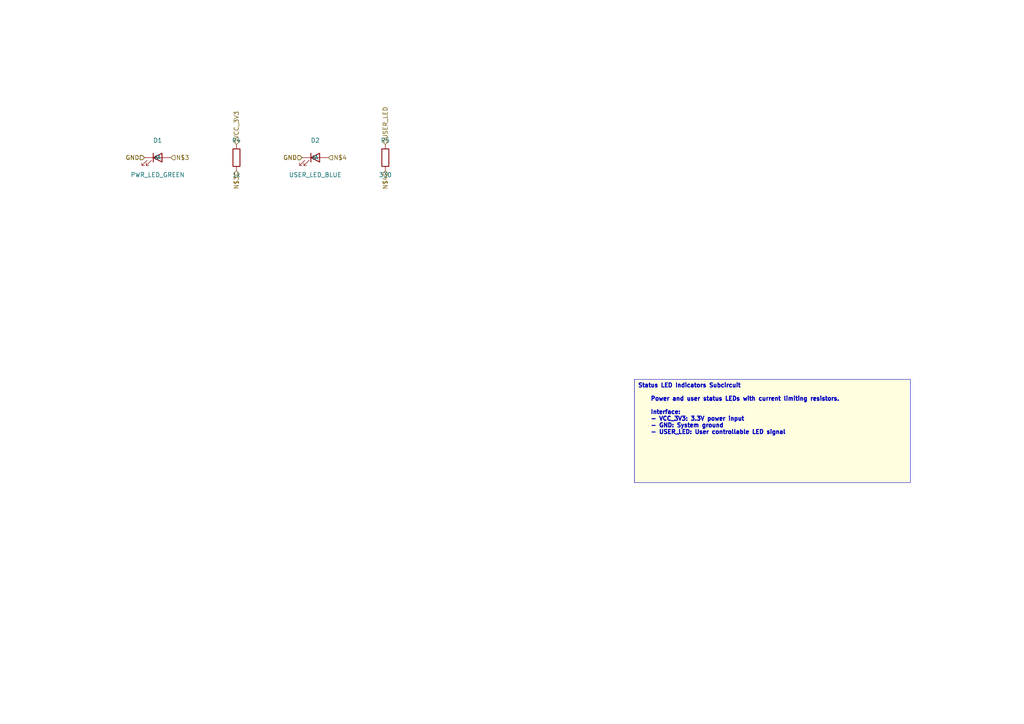
<source format=kicad_sch>
(kicad_sch (version 20250114) (generator "kicad_api") (generator_version 9.0)
  (paper A4)
  (paper A4)
  (lib_symbols
    (symbol "Device:LED" (pin_numbers hide) (pin_names (offset 0.254))
      (property "Reference" "D" (at 0.0 0.0 0))
      (property "Value" "LED" (at 0.0 0.0 0))
      (property "Sim.Pins" "1=K 2=A" (at 0.0 0.0 0))
      (symbol "LED_0_1"
        (polyline (pts (xy -3.048 -0.762) (xy -4.572 -2.286) (xy -3.81 -2.286) (xy -4.572 -2.286) (xy -4.572 -1.524)) (stroke (width 0.0)))
        (polyline (pts (xy -1.778 -0.762) (xy -3.302 -2.286) (xy -2.54 -2.286) (xy -3.302 -2.286) (xy -3.302 -1.524)) (stroke (width 0.0)))
        (polyline (pts (xy -1.27 0.0) (xy 1.27 0.0)) (stroke (width 0.0)))
        (polyline (pts (xy -1.27 -1.27) (xy -1.27 1.27)) (stroke (width 0.254)))
        (polyline (pts (xy 1.27 -1.27) (xy 1.27 1.27) (xy -1.27 0.0) (xy 1.27 -1.27)) (stroke (width 0.254)))
      )
      (symbol "LED_1_1"
        (pin passive line (at -3.81 0.0 0) (length 2.54) (name K) (number "1"))
        (pin passive line (at 3.81 0.0 180) (length 2.54) (name A) (number "2"))
      )
    )
    (symbol "Device:R" (pin_numbers hide) (pin_names (offset 0.254))
      (property "Reference" "R" (at 0.0 0.0 0))
      (property "Value" "R" (at 0.0 0.0 0))
      (symbol "R_0_1"
        (rectangle (start -1.016 -2.54) (end 1.016 2.54) (stroke (width 0.254)))
      )
      (symbol "R_1_1"
        (pin passive line (at 0.0 3.81 270) (length 1.27) (name ~) (number "1"))
        (pin passive line (at 0.0 -3.81 90) (length 1.27) (name ~) (number "2"))
      )
    )
  )
  (title_block (title Status_LEDs) (date 2025-07-29) (company Circuit-Synth))
  (symbol (lib_id Device:LED) (at 45.72 45.72 0)
    (property "Reference" "D1" (at 45.72 40.72 0))
    (property "Value" "PWR_LED_GREEN" (at 45.72 50.72 0))
    (property "Footprint" "LED_SMD:LED_0805_2012Metric" (effects (hide yes)))
    (instances (project "circuit" (path "" (reference D1) (unit 1))) (project "STM32_IMU_USBC_Hierarchical" (path "" (reference D1) (unit 1))))
  )
  (symbol (lib_id Device:R) (at 68.58 45.72 0)
    (property "Reference" "R4" (at 68.58 40.72 0))
    (property "Value" "1k" (at 68.58 50.72 0))
    (property "Footprint" "Resistor_SMD:R_0603_1608Metric" (effects (hide yes)))
    (instances (project "circuit" (path "" (reference R4) (unit 1))) (project "STM32_IMU_USBC_Hierarchical" (path "" (reference R4) (unit 1))))
  )
  (symbol (lib_id Device:LED) (at 91.44 45.72 0)
    (property "Reference" "D2" (at 91.44 40.72 0))
    (property "Value" "USER_LED_BLUE" (at 91.44 50.72 0))
    (property "Footprint" "LED_SMD:LED_0805_2012Metric" (effects (hide yes)))
    (instances (project "circuit" (path "" (reference D2) (unit 1))) (project "STM32_IMU_USBC_Hierarchical" (path "" (reference D2) (unit 1))))
  )
  (symbol (lib_id Device:R) (at 111.76 45.72 0)
    (property "Reference" "R5" (at 111.76 40.72 0))
    (property "Value" "330" (at 111.76 50.72 0))
    (property "Footprint" "Resistor_SMD:R_0603_1608Metric" (effects (hide yes)))
    (instances (project "circuit" (path "" (reference R5) (unit 1))) (project "STM32_IMU_USBC_Hierarchical" (path "" (reference R5) (unit 1))))
  )
  (hierarchical_label GND (shape input) (at 41.91 45.72 180))
  (hierarchical_label GND (shape input) (at 41.91 45.72 180))
  (hierarchical_label GND (shape input) (at 87.63 45.72 180))
  (hierarchical_label GND (shape input) (at 87.63 45.72 180))
  (hierarchical_label N$3 (shape input) (at 49.53 45.72 0))
  (hierarchical_label N$3 (shape input) (at 68.58 49.53 270))
  (hierarchical_label VCC_3V3 (shape input) (at 68.58 41.91 90))
  (hierarchical_label N$4 (shape input) (at 95.25 45.72 0))
  (hierarchical_label N$4 (shape input) (at 111.76 49.53 270))
  (hierarchical_label USER_LED (shape input) (at 111.76 41.91 90))
  (text_box "Status LED Indicators Subcircuit\n    \n    Power and user status LEDs with current limiting resistors.\n    \n    Interface:\n    - VCC_3V3: 3.3V power input\n    - GND: System ground\n    - USER_LED: User controllable LED signal" (exclude_from_sim yes) (at 184.0 110.0 0) (size 80.0 30.0) (margins 1.0 1.0 1.0 1.0) (stroke (width 0.1)) (fill (type color) (color 255 255 224 1)) (effects (font (size 1.2 1.2) (thickness 0.254)) (justify left top)))
  (text_box "Status LED Indicators Subcircuit\n    \n    Power and user status LEDs with current limiting resistors.\n    \n    Interface:\n    - VCC_3V3: 3.3V power input\n    - GND: System ground\n    - USER_LED: User controllable LED signal" (exclude_from_sim yes) (at 184.0 110.0 0) (size 80.0 30.0) (margins 1.0 1.0 1.0 1.0) (stroke (width 0.1)) (fill (type color) (color 255 255 224 1)) (effects (font (size 1.2 1.2) (thickness 0.254)) (justify left top)))
)
</source>
